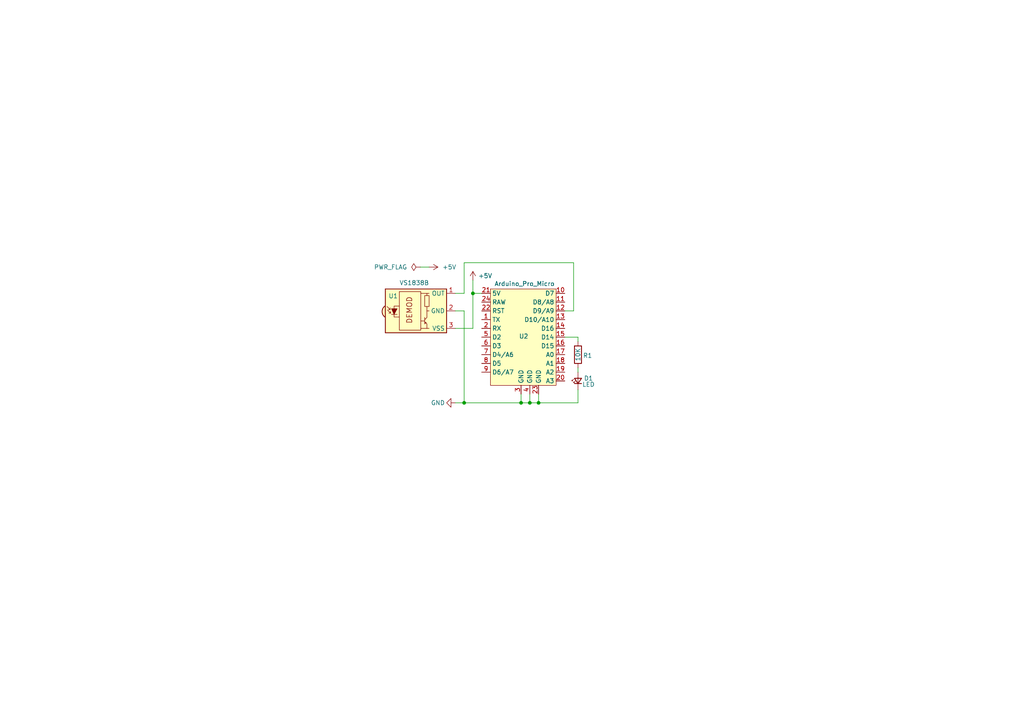
<source format=kicad_sch>
(kicad_sch (version 20250114) (generator "eeschema") (generator_version "9.0")
  (paper "A4")
  (lib_symbols
    (symbol "Custom:VS1838B"
      (property "Reference" "U1" (at -7.874 4.318 0))
      (property "Value" "VS1838B" (at -1.778 8.128 0))
      (symbol "VS1838B_0_0"
        (arc (start -10.287 -1.778) (mid -11.0899 -0.1905) (end -10.287 1.397) (stroke (width 0.254)) (fill (type background)))
        (polyline (pts (xy 1.905 5.08) (xy 0.127 5.08)))
        (polyline (pts (xy 1.905 -5.08) (xy 0.127 -5.08)))
        (text "DEMOD" (at -3.175 0.254 900) (effects (font (size 1.524 1.524))))
      )
      (symbol "VS1838B_0_1"
        (rectangle (start -10.16 6.35) (end 7.62 -6.35) (stroke (width 0.254)) (fill (type background)))
        (polyline (pts (xy -8.763 0.381) (xy -9.652 1.27)))
        (polyline (pts (xy -8.763 0.381) (xy -9.271 0.381)))
        (polyline (pts (xy -8.763 0.381) (xy -8.763 0.889)))
        (polyline (pts (xy -8.636 -0.635) (xy -9.525 0.254)))
        (polyline (pts (xy -8.636 -0.635) (xy -9.144 -0.635)))
        (polyline (pts (xy -8.636 -0.635) (xy -8.636 -0.127)))
        (polyline (pts (xy -8.382 0.635) (xy -6.731 0.635) (xy -7.62 -1.016) (xy -8.382 0.635)) (fill (type outline)))
        (polyline (pts (xy -8.382 -1.016) (xy -6.731 -1.016)))
        (rectangle (start -6.096 5.588) (end 0.127 -5.588))
        (polyline (pts (xy -6.096 1.397) (xy -7.62 1.397) (xy -7.62 -1.778) (xy -6.096 -1.778)))
        (polyline (pts (xy 1.27 -1.905) (xy 1.27 -3.81)))
        (polyline (pts (xy 1.27 -2.54) (xy 1.905 -1.905) (xy 1.905 0) (xy 2.54 0)))
        (polyline (pts (xy 1.27 -2.921) (xy 0.127 -2.921)))
        (polyline (pts (xy 1.27 -3.175) (xy 1.905 -3.81) (xy 1.905 -5.08) (xy 2.54 -5.08)))
        (polyline (pts (xy 1.397 -3.556) (xy 1.524 -3.556)))
        (polyline (pts (xy 1.651 -3.556) (xy 1.524 -3.556)))
        (polyline (pts (xy 1.651 -3.556) (xy 1.651 -3.302)))
        (polyline (pts (xy 1.905 4.445) (xy 1.905 5.08) (xy 2.54 5.08)))
        (polyline (pts (xy 1.905 0) (xy 1.905 1.27)))
        (rectangle (start 2.54 1.27) (end 1.27 4.445))
      )
      (symbol "VS1838B_1_1"
        (pin output line (at 10.16 5.08 180) (length 2.54) (name "OUT") (number "1"))
        (pin passive line (at 10.16 0 180) (length 2.54) (name "GND") (number "2"))
        (pin power_in line (at 10.16 -5.08 180) (length 2.54) (name "VSS") (number "3"))
      )
    )
    (symbol "Device:R" (pin_numbers (hide yes)) (pin_names (offset 0))
      (property "Reference" "R" (at 2.032 0 90))
      (property "Value" "R" (at 0 0 90))
      (symbol "R_0_1"
        (rectangle (start -1.016 -2.54) (end 1.016 2.54) (stroke (width 0.254)))
      )
      (symbol "R_1_1"
        (pin passive line (at 0 3.81 270) (length 1.27) (name "~") (number "1"))
        (pin passive line (at 0 -3.81 90) (length 1.27) (name "~") (number "2"))
      )
    )
    (symbol "PCM_SparkFun-Board:ProMicroC"
      (property "Reference" "U2" (at 9.652 -14.986 0))
      (property "Value" "ProMicroC" (at 9.906 0.254 0))
      (symbol "ProMicroC_1_1"
        (rectangle (start 0 -1.27) (end 19.05 -29.21) (fill (type background)))
        (pin power_in line (at -2.54 -2.54 0) (length 2.54) (name "5V") (number "21"))
        (pin input line (at -2.54 -5.08 0) (length 2.54) (name "RAW") (number "24"))
        (pin input line (at -2.54 -7.62 0) (length 2.54) (name "RST") (number "22"))
        (pin input line (at -2.54 -10.16 0) (length 2.54) (name "TX") (number "1"))
        (pin input line (at -2.54 -12.7 0) (length 2.54) (name "RX") (number "2"))
        (pin input line (at -2.54 -15.24 0) (length 2.54) (name "D2") (number "5"))
        (pin input line (at -2.54 -17.78 0) (length 2.54) (name "D3") (number "6"))
        (pin input line (at -2.54 -20.32 0) (length 2.54) (name "D4/A6") (number "7"))
        (pin input line (at -2.54 -22.86 0) (length 2.54) (name "D5") (number "8"))
        (pin input line (at -2.54 -25.4 0) (length 2.54) (name "D6/A7") (number "9"))
        (pin passive line (at 8.89 -31.75 90) (length 2.54) (name "GND") (number "3"))
        (pin passive line (at 11.43 -31.75 90) (length 2.54) (name "GND") (number "4"))
        (pin passive line (at 13.97 -31.75 90) (length 2.54) (name "GND") (number "23"))
        (pin input line (at 21.59 -2.54 180) (length 2.54) (name "D7") (number "10"))
        (pin input line (at 21.59 -5.08 180) (length 2.54) (name "D8/A8") (number "11"))
        (pin input line (at 21.59 -7.62 180) (length 2.54) (name "D9/A9") (number "12"))
        (pin input line (at 21.59 -10.16 180) (length 2.54) (name "D10/A10") (number "13"))
        (pin input line (at 21.59 -12.7 180) (length 2.54) (name "D16") (number "14"))
        (pin input line (at 21.59 -15.24 180) (length 2.54) (name "D14") (number "15"))
        (pin input line (at 21.59 -17.78 180) (length 2.54) (name "D15") (number "16"))
        (pin input line (at 21.59 -20.32 180) (length 2.54) (name "A0") (number "17"))
        (pin input line (at 21.59 -22.86 180) (length 2.54) (name "A1") (number "18"))
        (pin input line (at 21.59 -25.4 180) (length 2.54) (name "A2") (number "19"))
        (pin input line (at 21.59 -27.94 180) (length 2.54) (name "A3") (number "20"))
      )
    )
    (symbol "PCM_SparkFun-LED:LED" (pin_numbers (hide yes)) (pin_names (offset 1.016) (hide yes))
      (property "Reference" "D" (at 0 2.54 0))
      (property "Value" "LED" (at 0 -2.54 0))
      (symbol "LED_0_1"
        (polyline (pts (xy -0.762 -1.016) (xy -0.762 1.016)) (stroke (width 0.254)))
        (polyline (pts (xy 0 0.762) (xy -0.508 1.27) (xy -0.254 1.27) (xy -0.508 1.27) (xy -0.508 1.016)))
        (polyline (pts (xy 0.508 1.27) (xy 0 1.778) (xy 0.254 1.778) (xy 0 1.778) (xy 0 1.524)))
        (polyline (pts (xy 0.762 -1.016) (xy -0.762 0) (xy 0.762 1.016) (xy 0.762 -1.016)) (stroke (width 0.254)))
        (polyline (pts (xy 1.016 0) (xy -0.762 0)))
      )
      (symbol "LED_1_1"
        (pin passive line (at -2.54 0 0) (length 1.778) (name "K") (number "1"))
        (pin passive line (at 2.54 0 180) (length 1.778) (name "A") (number "2"))
      )
    )
    (symbol "power:+5V" (power) (pin_names (offset 0))
      (property "Value" "+5V" (at 0 3.556 0))
      (symbol "+5V_0_1"
        (polyline (pts (xy -0.762 1.27) (xy 0 2.54)))
        (polyline (pts (xy 0 2.54) (xy 0.762 1.27)))
        (polyline (pts (xy 0 0) (xy 0 2.54)))
      )
      (symbol "+5V_1_1"
        (pin power_in line (at 0 0 90) (length 0) (hide yes) (name "+5V") (number "1"))
      )
    )
    (symbol "power:GND" (power) (pin_names (offset 0))
      (property "Value" "GND" (at 0 -7.112 90))
      (symbol "GND_0_1"
        (polyline (pts (xy 0 0) (xy 0 -1.27) (xy 1.27 -1.27) (xy 0 -2.54) (xy -1.27 -1.27) (xy 0 -1.27)))
      )
      (symbol "GND_1_1"
        (pin passive line (at 0 0 270) (length 0) (hide yes) (name "GND") (number "1"))
      )
    )
    (symbol "power:PWR_FLAG" (power) (pin_numbers (hide yes)) (pin_names (offset 0) (hide yes))
      (property "Value" "PWR_FLAG" (at 0 3.81 0))
      (symbol "PWR_FLAG_0_0"
        (pin power_out line (at 0 0 90) (length 0) (name "~") (number "1"))
      )
      (symbol "PWR_FLAG_0_1"
        (polyline (pts (xy 0 0) (xy 0 1.27) (xy -1.016 1.905) (xy 0 2.54) (xy 1.016 1.905) (xy 0 1.27)))
      )
    )
  )
  (junction (at 134.62 116.84))
  (junction (at 137.16 85.09))
  (junction (at 151.13 116.84))
  (junction (at 153.67 116.84))
  (junction (at 156.21 116.84))
  (wire (pts (xy 151.13 114.3) (xy 151.13 116.84)))
  (wire (pts (xy 156.21 116.84) (xy 153.67 116.84)))
  (wire (pts (xy 139.7 85.09) (xy 137.16 85.09)))
  (wire (pts (xy 167.64 99.06) (xy 167.64 97.79)))
  (wire (pts (xy 167.64 97.79) (xy 163.83 97.79)))
  (wire (pts (xy 166.37 76.2) (xy 166.37 90.17)))
  (wire (pts (xy 134.62 85.09) (xy 134.62 76.2)))
  (wire (pts (xy 137.16 85.09) (xy 137.16 95.25)))
  (wire (pts (xy 134.62 90.17) (xy 134.62 116.84)))
  (wire (pts (xy 153.67 116.84) (xy 151.13 116.84)))
  (wire (pts (xy 167.64 113.03) (xy 167.64 116.84)))
  (wire (pts (xy 132.08 85.09) (xy 134.62 85.09)))
  (wire (pts (xy 167.64 106.68) (xy 167.64 107.95)))
  (wire (pts (xy 132.08 116.84) (xy 134.62 116.84)))
  (wire (pts (xy 137.16 95.25) (xy 132.08 95.25)))
  (wire (pts (xy 167.64 116.84) (xy 156.21 116.84)))
  (wire (pts (xy 132.08 90.17) (xy 134.62 90.17)))
  (wire (pts (xy 121.92 77.47) (xy 124.46 77.47)))
  (wire (pts (xy 153.67 114.3) (xy 153.67 116.84)))
  (wire (pts (xy 151.13 116.84) (xy 134.62 116.84)))
  (wire (pts (xy 166.37 90.17) (xy 163.83 90.17)))
  (wire (pts (xy 156.21 114.3) (xy 156.21 116.84)))
  (wire (pts (xy 134.62 76.2) (xy 166.37 76.2)))
  (wire (pts (xy 137.16 81.28) (xy 137.16 85.09)))
  (symbol (lib_id "PCM_SparkFun-Board:ProMicroC") (at 142.24 82.55 0) (unit 1)
    (property "Reference" "U2" (at 151.892 97.536 0))
    (property "Value" "Arduino_Pro_Micro" (at 152.146 82.296 0))
    (property "Footprint" "Custom:Arduino_Pro_Micro" (effects (hide yes)))
    (property "Datasheet" "https://www.sparkfun.com/products/15795" (effects (hide yes)))
  )
  (symbol (lib_id "power:+5V") (at 124.46 77.47 270) (unit 1)
    (property "Reference" "#PWR03" (effects (hide yes)))
    (property "Value" "+5V" (at 128.27 77.47 90) (effects (justify left)))
  )
  (symbol (lib_id "Device:R") (at 167.64 102.87 0) (unit 1)
    (property "Reference" "R1" (at 170.434 103.124 0))
    (property "Value" "10K" (at 167.64 102.87 90))
    (property "Footprint" "Resistor_THT:R_Axial_DIN0204_L3.6mm_D1.6mm_P5.08mm_Horizontal" (effects (hide yes)))
  )
  (symbol (lib_id "power:PWR_FLAG") (at 121.92 77.47 90) (unit 1)
    (property "Reference" "#FLG01" (effects (hide yes)))
    (property "Value" "PWR_FLAG" (at 118.11 77.4699 90) (effects (justify left)))
    (property "Description" "Special symbol for telling ERC where power comes from" (effects (hide yes)))
  )
  (symbol (lib_id "PCM_SparkFun-LED:LED") (at 167.64 110.49 90) (unit 1)
    (property "Reference" "D1" (at 170.688 109.728 90))
    (property "Value" "LED" (at 170.688 111.506 90))
    (property "Footprint" "LED_THT:LED_D3.0mm" (effects (hide yes)))
    (property "Description" "Light emitting diode" (effects (hide yes)))
    (property "PROD_ID" "LED-" (effects (hide yes)))
  )
  (symbol (lib_id "Custom:VS1838B") (at 121.92 90.17 0) (unit 1)
    (property "Reference" "U1" (at 114.046 85.852 0))
    (property "Value" "VS1838B" (at 120.142 82.042 0))
    (property "Footprint" "OptoDevice:Vishay_MINICAST-3Pin" (effects (hide yes)))
  )
  (symbol (lib_id "power:+5V") (at 137.16 81.28 0) (unit 1)
    (property "Reference" "#PWR01" (effects (hide yes)))
    (property "Value" "+5V" (at 138.684 80.01 0) (effects (justify left)))
  )
  (symbol (lib_id "power:GND") (at 132.08 116.84 270) (unit 1)
    (property "Reference" "#PWR02" (effects (hide yes)))
    (property "Value" "GND" (at 124.968 116.84 90) (effects (justify left)))
  )
)
</source>
